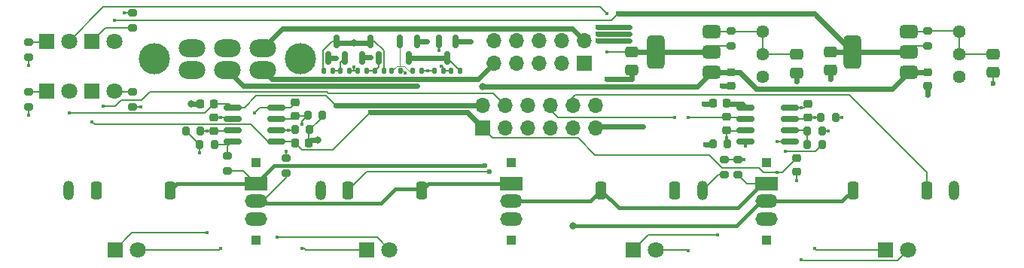
<source format=gbr>
%TF.GenerationSoftware,KiCad,Pcbnew,8.0.5*%
%TF.CreationDate,2025-01-25T11:58:12-08:00*%
%TF.ProjectId,sub,7375622e-6b69-4636-9164-5f7063625858,3.1*%
%TF.SameCoordinates,Original*%
%TF.FileFunction,Copper,L2,Bot*%
%TF.FilePolarity,Positive*%
%FSLAX46Y46*%
G04 Gerber Fmt 4.6, Leading zero omitted, Abs format (unit mm)*
G04 Created by KiCad (PCBNEW 8.0.5) date 2025-01-25 11:58:12*
%MOMM*%
%LPD*%
G01*
G04 APERTURE LIST*
G04 Aperture macros list*
%AMRoundRect*
0 Rectangle with rounded corners*
0 $1 Rounding radius*
0 $2 $3 $4 $5 $6 $7 $8 $9 X,Y pos of 4 corners*
0 Add a 4 corners polygon primitive as box body*
4,1,4,$2,$3,$4,$5,$6,$7,$8,$9,$2,$3,0*
0 Add four circle primitives for the rounded corners*
1,1,$1+$1,$2,$3*
1,1,$1+$1,$4,$5*
1,1,$1+$1,$6,$7*
1,1,$1+$1,$8,$9*
0 Add four rect primitives between the rounded corners*
20,1,$1+$1,$2,$3,$4,$5,0*
20,1,$1+$1,$4,$5,$6,$7,0*
20,1,$1+$1,$6,$7,$8,$9,0*
20,1,$1+$1,$8,$9,$2,$3,0*%
G04 Aperture macros list end*
%TA.AperFunction,ComponentPad*%
%ADD10O,1.200000X2.200000*%
%TD*%
%TA.AperFunction,ComponentPad*%
%ADD11RoundRect,0.300000X-0.300000X0.700000X-0.300000X-0.700000X0.300000X-0.700000X0.300000X0.700000X0*%
%TD*%
%TA.AperFunction,ComponentPad*%
%ADD12R,1.000000X1.100000*%
%TD*%
%TA.AperFunction,ComponentPad*%
%ADD13R,2.500000X1.500000*%
%TD*%
%TA.AperFunction,ComponentPad*%
%ADD14O,2.500000X1.500000*%
%TD*%
%TA.AperFunction,ComponentPad*%
%ADD15R,1.700000X1.700000*%
%TD*%
%TA.AperFunction,ComponentPad*%
%ADD16O,1.700000X1.700000*%
%TD*%
%TA.AperFunction,ComponentPad*%
%ADD17R,1.800000X1.800000*%
%TD*%
%TA.AperFunction,ComponentPad*%
%ADD18C,1.800000*%
%TD*%
%TA.AperFunction,ComponentPad*%
%ADD19C,1.440000*%
%TD*%
%TA.AperFunction,ComponentPad*%
%ADD20RoundRect,0.300000X0.300000X-0.700000X0.300000X0.700000X-0.300000X0.700000X-0.300000X-0.700000X0*%
%TD*%
%TA.AperFunction,ComponentPad*%
%ADD21O,3.000000X2.000000*%
%TD*%
%TA.AperFunction,ComponentPad*%
%ADD22C,3.500000*%
%TD*%
%TA.AperFunction,SMDPad,CuDef*%
%ADD23RoundRect,0.200000X0.200000X0.275000X-0.200000X0.275000X-0.200000X-0.275000X0.200000X-0.275000X0*%
%TD*%
%TA.AperFunction,SMDPad,CuDef*%
%ADD24RoundRect,0.135000X0.135000X0.185000X-0.135000X0.185000X-0.135000X-0.185000X0.135000X-0.185000X0*%
%TD*%
%TA.AperFunction,SMDPad,CuDef*%
%ADD25RoundRect,0.150000X-0.150000X0.587500X-0.150000X-0.587500X0.150000X-0.587500X0.150000X0.587500X0*%
%TD*%
%TA.AperFunction,SMDPad,CuDef*%
%ADD26RoundRect,0.200000X0.275000X-0.200000X0.275000X0.200000X-0.275000X0.200000X-0.275000X-0.200000X0*%
%TD*%
%TA.AperFunction,SMDPad,CuDef*%
%ADD27RoundRect,0.200000X-0.275000X0.200000X-0.275000X-0.200000X0.275000X-0.200000X0.275000X0.200000X0*%
%TD*%
%TA.AperFunction,SMDPad,CuDef*%
%ADD28RoundRect,0.150000X0.150000X-0.587500X0.150000X0.587500X-0.150000X0.587500X-0.150000X-0.587500X0*%
%TD*%
%TA.AperFunction,SMDPad,CuDef*%
%ADD29RoundRect,0.375000X0.625000X0.375000X-0.625000X0.375000X-0.625000X-0.375000X0.625000X-0.375000X0*%
%TD*%
%TA.AperFunction,SMDPad,CuDef*%
%ADD30RoundRect,0.500000X0.500000X1.400000X-0.500000X1.400000X-0.500000X-1.400000X0.500000X-1.400000X0*%
%TD*%
%TA.AperFunction,SMDPad,CuDef*%
%ADD31RoundRect,0.225000X-0.250000X0.225000X-0.250000X-0.225000X0.250000X-0.225000X0.250000X0.225000X0*%
%TD*%
%TA.AperFunction,SMDPad,CuDef*%
%ADD32RoundRect,0.200000X-0.200000X-0.275000X0.200000X-0.275000X0.200000X0.275000X-0.200000X0.275000X0*%
%TD*%
%TA.AperFunction,SMDPad,CuDef*%
%ADD33RoundRect,0.135000X-0.135000X-0.185000X0.135000X-0.185000X0.135000X0.185000X-0.135000X0.185000X0*%
%TD*%
%TA.AperFunction,SMDPad,CuDef*%
%ADD34RoundRect,0.250000X-0.475000X0.337500X-0.475000X-0.337500X0.475000X-0.337500X0.475000X0.337500X0*%
%TD*%
%TA.AperFunction,SMDPad,CuDef*%
%ADD35RoundRect,0.225000X0.225000X0.250000X-0.225000X0.250000X-0.225000X-0.250000X0.225000X-0.250000X0*%
%TD*%
%TA.AperFunction,SMDPad,CuDef*%
%ADD36RoundRect,0.150000X0.825000X0.150000X-0.825000X0.150000X-0.825000X-0.150000X0.825000X-0.150000X0*%
%TD*%
%TA.AperFunction,SMDPad,CuDef*%
%ADD37RoundRect,0.225000X0.250000X-0.225000X0.250000X0.225000X-0.250000X0.225000X-0.250000X-0.225000X0*%
%TD*%
%TA.AperFunction,ViaPad*%
%ADD38C,0.400000*%
%TD*%
%TA.AperFunction,ViaPad*%
%ADD39C,0.600000*%
%TD*%
%TA.AperFunction,ViaPad*%
%ADD40C,0.800000*%
%TD*%
%TA.AperFunction,Conductor*%
%ADD41C,0.200000*%
%TD*%
%TA.AperFunction,Conductor*%
%ADD42C,0.600000*%
%TD*%
%TA.AperFunction,Conductor*%
%ADD43C,0.400000*%
%TD*%
%TA.AperFunction,Conductor*%
%ADD44C,0.100000*%
%TD*%
G04 APERTURE END LIST*
D10*
%TO.P,J1,S*%
%TO.N,GND*%
X45920000Y-140750000D03*
D11*
%TO.P,J1,T*%
%TO.N,Tip1*%
X57320000Y-140750000D03*
%TO.P,J1,TN*%
%TO.N,SW1*%
X49020000Y-140750000D03*
%TD*%
D12*
%TO.P,SW2,*%
%TO.N,*%
X67000000Y-137650000D03*
X67000000Y-146350000D03*
D13*
%TO.P,SW2,1,A*%
%TO.N,Tip1*%
X67000000Y-140000000D03*
D14*
%TO.P,SW2,2,B*%
%TO.N,Tip2*%
X67000000Y-142000000D03*
%TO.P,SW2,3,C*%
%TO.N,unconnected-(SW2-C-Pad3)*%
X67000000Y-144000000D03*
%TD*%
D15*
%TO.P,J5,1,Pin_1*%
%TO.N,-12V*%
X92440000Y-133740000D03*
D16*
%TO.P,J5,2,Pin_2*%
%TO.N,+12V*%
X92440000Y-131200000D03*
%TO.P,J5,3,Pin_3*%
%TO.N,Tip1*%
X94980000Y-133740000D03*
%TO.P,J5,4,Pin_4*%
%TO.N,SW1*%
X94980000Y-131200000D03*
%TO.P,J5,5,Pin_5*%
%TO.N,Tip2*%
X97520000Y-133740000D03*
%TO.P,J5,6,Pin_6*%
%TO.N,SW2*%
X97520000Y-131200000D03*
%TO.P,J5,7,Pin_7*%
%TO.N,Tip3*%
X100060000Y-133740000D03*
%TO.P,J5,8,Pin_8*%
%TO.N,SW3*%
X100060000Y-131200000D03*
%TO.P,J5,9,Pin_9*%
%TO.N,Tip4*%
X102600000Y-133740000D03*
%TO.P,J5,10,Pin_10*%
%TO.N,SW4*%
X102600000Y-131200000D03*
%TO.P,J5,11,Pin_11*%
%TO.N,A Rail*%
X105140000Y-133740000D03*
%TO.P,J5,12,Pin_12*%
%TO.N,B Rail*%
X105140000Y-131200000D03*
%TD*%
D17*
%TO.P,D1,1,KA*%
%TO.N,Net-(D1-KA)*%
X51130000Y-147450000D03*
D18*
%TO.P,D1,2,AK*%
%TO.N,Net-(D1-AK)*%
X53670000Y-147450000D03*
%TD*%
D19*
%TO.P,RV2,1,1*%
%TO.N,GND*%
X146078000Y-128000000D03*
%TO.P,RV2,2,2*%
%TO.N,Net-(U3-ADJ)*%
X146078000Y-125460000D03*
%TO.P,RV2,3,3*%
X146078000Y-122920000D03*
%TD*%
D17*
%TO.P,D12,1,K*%
%TO.N,-12V*%
X48550000Y-129650000D03*
D18*
%TO.P,D12,2,A*%
%TO.N,Net-(D12-A)*%
X51090000Y-129650000D03*
%TD*%
D17*
%TO.P,D10,1,K*%
%TO.N,Net-(D10-K)*%
X48525000Y-124000000D03*
D18*
%TO.P,D10,2,A*%
%TO.N,B Rail*%
X51065000Y-124000000D03*
%TD*%
D17*
%TO.P,D11,1,K*%
%TO.N,Net-(D11-K)*%
X43465000Y-129650000D03*
D18*
%TO.P,D11,2,A*%
%TO.N,+12V*%
X46005000Y-129650000D03*
%TD*%
D10*
%TO.P,J3,S*%
%TO.N,GND*%
X117180000Y-140750000D03*
D20*
%TO.P,J3,T*%
%TO.N,Tip3*%
X105780000Y-140750000D03*
%TO.P,J3,TN*%
%TO.N,SW3*%
X114080000Y-140750000D03*
%TD*%
D10*
%TO.P,J2,S*%
%TO.N,GND*%
X74220000Y-140750000D03*
D11*
%TO.P,J2,T*%
%TO.N,Tip2*%
X85620000Y-140750000D03*
%TO.P,J2,TN*%
%TO.N,SW2*%
X77320000Y-140750000D03*
%TD*%
D12*
%TO.P,SW3,*%
%TO.N,*%
X124400000Y-137650000D03*
X124400000Y-146350000D03*
D13*
%TO.P,SW3,1,A*%
%TO.N,Tip3*%
X124400000Y-140000000D03*
D14*
%TO.P,SW3,2,B*%
%TO.N,Tip4*%
X124400000Y-142000000D03*
%TO.P,SW3,3,C*%
%TO.N,unconnected-(SW3-C-Pad3)*%
X124400000Y-144000000D03*
%TD*%
D10*
%TO.P,J4,S*%
%TO.N,GND*%
X145480000Y-140750000D03*
D20*
%TO.P,J4,T*%
%TO.N,Tip4*%
X134080000Y-140750000D03*
%TO.P,J4,TN*%
%TO.N,SW4*%
X142380000Y-140750000D03*
%TD*%
D19*
%TO.P,RV1,1,1*%
%TO.N,GND*%
X123928000Y-128000000D03*
%TO.P,RV1,2,2*%
%TO.N,Net-(U1-ADJ)*%
X123928000Y-125460000D03*
%TO.P,RV1,3,3*%
X123928000Y-122920000D03*
%TD*%
D12*
%TO.P,SW1,*%
%TO.N,*%
X95700000Y-137650000D03*
X95700000Y-146350000D03*
D13*
%TO.P,SW1,1,A*%
%TO.N,Tip2*%
X95700000Y-140000000D03*
D14*
%TO.P,SW1,2,B*%
%TO.N,Tip3*%
X95700000Y-142000000D03*
%TO.P,SW1,3,C*%
%TO.N,unconnected-(SW1-C-Pad3)*%
X95700000Y-144000000D03*
%TD*%
D17*
%TO.P,D9,1,K*%
%TO.N,Net-(D9-K)*%
X43420000Y-124000000D03*
D18*
%TO.P,D9,2,A*%
%TO.N,A Rail*%
X45960000Y-124000000D03*
%TD*%
D17*
%TO.P,D7,1,KA*%
%TO.N,Net-(D7-KA)*%
X137730000Y-147450000D03*
D18*
%TO.P,D7,2,AK*%
%TO.N,Net-(D7-AK)*%
X140270000Y-147450000D03*
%TD*%
D21*
%TO.P,SW4,1,A*%
%TO.N,unconnected-(SW4A-A-Pad1)*%
X59750000Y-124750000D03*
%TO.P,SW4,2,B*%
%TO.N,Net-(Q1-D)*%
X63750000Y-124750000D03*
%TO.P,SW4,3,C*%
%TO.N,Net-(J6-Pin_1)*%
X67750000Y-124750000D03*
%TO.P,SW4,4,A*%
%TO.N,unconnected-(SW4B-A-Pad4)*%
X59750000Y-127250000D03*
%TO.P,SW4,5,B*%
%TO.N,Net-(Q2-D)*%
X63750000Y-127250000D03*
%TO.P,SW4,6,C*%
%TO.N,Net-(J6-Pin_10)*%
X67750000Y-127250000D03*
D22*
%TO.P,SW4,7*%
%TO.N,N/C*%
X55500000Y-126000000D03*
%TO.P,SW4,8*%
X72000000Y-126000000D03*
%TD*%
D17*
%TO.P,D3,1,KA*%
%TO.N,Net-(D3-KA)*%
X79430000Y-147450000D03*
D18*
%TO.P,D3,2,AK*%
%TO.N,Net-(D3-AK)*%
X81970000Y-147450000D03*
%TD*%
D17*
%TO.P,D5,1,KA*%
%TO.N,Net-(D5-KA)*%
X109430000Y-147450000D03*
D18*
%TO.P,D5,2,AK*%
%TO.N,Net-(D5-AK)*%
X111970000Y-147450000D03*
%TD*%
D23*
%TO.P,R15,1*%
%TO.N,GND*%
X132143000Y-132588000D03*
%TO.P,R15,2*%
%TO.N,Net-(D7-KA)*%
X130493000Y-132588000D03*
%TD*%
D24*
%TO.P,R22,1*%
%TO.N,GND*%
X85590000Y-127340000D03*
%TO.P,R22,2*%
%TO.N,Net-(Q2-G)*%
X84570000Y-127340000D03*
%TD*%
D25*
%TO.P,Q2,1,G*%
%TO.N,Net-(Q2-G)*%
X83170000Y-124005000D03*
%TO.P,Q2,2,S*%
%TO.N,+12V*%
X85070000Y-124005000D03*
%TO.P,Q2,3,D*%
%TO.N,Net-(Q2-D)*%
X84120000Y-125880000D03*
%TD*%
D26*
%TO.P,R2,1*%
%TO.N,Net-(D10-K)*%
X53086000Y-122491000D03*
%TO.P,R2,2*%
%TO.N,GND*%
X53086000Y-120841000D03*
%TD*%
D27*
%TO.P,R14,1*%
%TO.N,Net-(U2A-+)*%
X70358000Y-137188000D03*
%TO.P,R14,2*%
%TO.N,Tip2*%
X70358000Y-138838000D03*
%TD*%
D24*
%TO.P,R20,1*%
%TO.N,GND*%
X77510000Y-127350000D03*
%TO.P,R20,2*%
%TO.N,Net-(Q1-G)*%
X76490000Y-127350000D03*
%TD*%
D28*
%TO.P,Q1,1,G*%
%TO.N,Net-(Q1-G)*%
X76990000Y-125860000D03*
%TO.P,Q1,2,S*%
%TO.N,+12V*%
X75090000Y-125860000D03*
%TO.P,Q1,3,D*%
%TO.N,Net-(Q1-D)*%
X76040000Y-123985000D03*
%TD*%
D29*
%TO.P,U3,1,ADJ*%
%TO.N,Net-(U3-ADJ)*%
X140358000Y-122900000D03*
%TO.P,U3,2,VO*%
%TO.N,B Rail*%
X140358000Y-125200000D03*
D30*
X134058000Y-125200000D03*
D29*
%TO.P,U3,3,VI*%
%TO.N,+12V*%
X140358000Y-127500000D03*
%TD*%
D31*
%TO.P,C4,1*%
%TO.N,+12V*%
X142494000Y-127495000D03*
%TO.P,C4,2*%
%TO.N,GND*%
X142494000Y-129045000D03*
%TD*%
D32*
%TO.P,R9,1*%
%TO.N,GND*%
X118364000Y-135536000D03*
%TO.P,R9,2*%
%TO.N,Net-(D5-KA)*%
X120014000Y-135536000D03*
%TD*%
D33*
%TO.P,R23,1*%
%TO.N,Net-(Q3-G)*%
X80320000Y-127350000D03*
%TO.P,R23,2*%
%TO.N,Net-(Q1-D)*%
X81340000Y-127350000D03*
%TD*%
D34*
%TO.P,C3,1*%
%TO.N,A Rail*%
X109220000Y-125200500D03*
%TO.P,C3,2*%
%TO.N,GND*%
X109220000Y-127275500D03*
%TD*%
D26*
%TO.P,R1,1*%
%TO.N,GND*%
X41402000Y-125793000D03*
%TO.P,R1,2*%
%TO.N,Net-(D9-K)*%
X41402000Y-124143000D03*
%TD*%
D31*
%TO.P,C1,1*%
%TO.N,+12V*%
X120396000Y-127495000D03*
%TO.P,C1,2*%
%TO.N,GND*%
X120396000Y-129045000D03*
%TD*%
D27*
%TO.P,R4,1*%
%TO.N,Net-(D12-A)*%
X53086000Y-129731000D03*
%TO.P,R4,2*%
%TO.N,GND*%
X53086000Y-131381000D03*
%TD*%
D32*
%TO.P,R16,1*%
%TO.N,Net-(U4A-+)*%
X128969000Y-135636000D03*
%TO.P,R16,2*%
%TO.N,Tip4*%
X130619000Y-135636000D03*
%TD*%
D34*
%TO.P,C8,1*%
%TO.N,B Rail*%
X131572000Y-125200500D03*
%TO.P,C8,2*%
%TO.N,GND*%
X131572000Y-127275500D03*
%TD*%
D27*
%TO.P,R8,1*%
%TO.N,Net-(U2B-+)*%
X63754000Y-136906000D03*
%TO.P,R8,2*%
%TO.N,Tip1*%
X63754000Y-138556000D03*
%TD*%
D29*
%TO.P,U1,1,ADJ*%
%TO.N,Net-(U1-ADJ)*%
X118212000Y-122900000D03*
%TO.P,U1,2,VO*%
%TO.N,A Rail*%
X118212000Y-125200000D03*
D30*
X111912000Y-125200000D03*
D29*
%TO.P,U1,3,VI*%
%TO.N,+12V*%
X118212000Y-127500000D03*
%TD*%
D15*
%TO.P,J6,1,Pin_1*%
%TO.N,Net-(J6-Pin_1)*%
X103870000Y-126500000D03*
D16*
%TO.P,J6,2,Pin_2*%
X103870000Y-123960000D03*
%TO.P,J6,3,Pin_3*%
%TO.N,GND*%
X101330000Y-126500000D03*
%TO.P,J6,4,Pin_4*%
X101330000Y-123960000D03*
%TO.P,J6,5,Pin_5*%
X98790000Y-126500000D03*
%TO.P,J6,6,Pin_6*%
X98790000Y-123960000D03*
%TO.P,J6,7,Pin_7*%
X96250000Y-126500000D03*
%TO.P,J6,8,Pin_8*%
X96250000Y-123960000D03*
%TO.P,J6,9,Pin_9*%
%TO.N,Net-(J6-Pin_10)*%
X93710000Y-126500000D03*
%TO.P,J6,10,Pin_10*%
X93710000Y-123960000D03*
%TD*%
D35*
%TO.P,C7,1*%
%TO.N,GND*%
X72924000Y-135482000D03*
%TO.P,C7,2*%
%TO.N,-12V*%
X71374000Y-135482000D03*
%TD*%
D23*
%TO.P,R11,1*%
%TO.N,Net-(U2B-+)*%
X62293000Y-135636000D03*
%TO.P,R11,2*%
%TO.N,GND*%
X60643000Y-135636000D03*
%TD*%
D36*
%TO.P,U2,1*%
%TO.N,Net-(D3-AK)*%
X69277000Y-131445000D03*
%TO.P,U2,2,-*%
%TO.N,Net-(D3-KA)*%
X69277000Y-132715000D03*
%TO.P,U2,3,+*%
%TO.N,Net-(U2A-+)*%
X69277000Y-133985000D03*
%TO.P,U2,4,V-*%
%TO.N,-12V*%
X69277000Y-135255000D03*
%TO.P,U2,5,+*%
%TO.N,Net-(U2B-+)*%
X64327000Y-135255000D03*
%TO.P,U2,6,-*%
%TO.N,Net-(D1-KA)*%
X64327000Y-133985000D03*
%TO.P,U2,7*%
%TO.N,Net-(D1-AK)*%
X64327000Y-132715000D03*
%TO.P,U2,8,V+*%
%TO.N,+12V*%
X64327000Y-131445000D03*
%TD*%
D37*
%TO.P,C12,1*%
%TO.N,GND*%
X127762000Y-138697000D03*
%TO.P,C12,2*%
%TO.N,-12V*%
X127762000Y-137147000D03*
%TD*%
%TO.P,C9,1*%
%TO.N,Net-(D1-KA)*%
X62230000Y-134125000D03*
%TO.P,C9,2*%
%TO.N,Net-(D1-AK)*%
X62230000Y-132575000D03*
%TD*%
D23*
%TO.P,R13,1*%
%TO.N,GND*%
X74422000Y-132334000D03*
%TO.P,R13,2*%
%TO.N,Net-(D3-KA)*%
X72772000Y-132334000D03*
%TD*%
D26*
%TO.P,R6,1*%
%TO.N,B Rail*%
X142498000Y-124523000D03*
%TO.P,R6,2*%
%TO.N,Net-(U3-ADJ)*%
X142498000Y-122873000D03*
%TD*%
D35*
%TO.P,C6,1*%
%TO.N,+12V*%
X62230000Y-131064000D03*
%TO.P,C6,2*%
%TO.N,GND*%
X60680000Y-131064000D03*
%TD*%
D32*
%TO.P,R7,1*%
%TO.N,GND*%
X59056000Y-134112000D03*
%TO.P,R7,2*%
%TO.N,Net-(D1-KA)*%
X60706000Y-134112000D03*
%TD*%
D35*
%TO.P,C11,1*%
%TO.N,+12V*%
X119888000Y-130964000D03*
%TO.P,C11,2*%
%TO.N,GND*%
X118338000Y-130964000D03*
%TD*%
D33*
%TO.P,R21,1*%
%TO.N,Net-(Q2-G)*%
X82240000Y-127360000D03*
%TO.P,R21,2*%
%TO.N,Net-(Q2-D)*%
X83260000Y-127360000D03*
%TD*%
D24*
%TO.P,R19,1*%
%TO.N,Net-(Q1-G)*%
X75620000Y-127360000D03*
%TO.P,R19,2*%
%TO.N,Net-(Q1-D)*%
X74600000Y-127360000D03*
%TD*%
D27*
%TO.P,R12,1*%
%TO.N,Net-(U4B-+)*%
X119634000Y-137351000D03*
%TO.P,R12,2*%
%TO.N,GND*%
X119634000Y-139001000D03*
%TD*%
D33*
%TO.P,R26,1*%
%TO.N,GND*%
X87000000Y-127340000D03*
%TO.P,R26,2*%
%TO.N,Net-(Q4-G)*%
X88020000Y-127340000D03*
%TD*%
D32*
%TO.P,R17,1*%
%TO.N,Net-(U2A-+)*%
X71374000Y-133958000D03*
%TO.P,R17,2*%
%TO.N,GND*%
X73024000Y-133958000D03*
%TD*%
D37*
%TO.P,C14,1*%
%TO.N,Net-(D7-KA)*%
X129032000Y-132601000D03*
%TO.P,C14,2*%
%TO.N,Net-(D7-AK)*%
X129032000Y-131051000D03*
%TD*%
D26*
%TO.P,R5,1*%
%TO.N,A Rail*%
X120396000Y-124523000D03*
%TO.P,R5,2*%
%TO.N,Net-(U1-ADJ)*%
X120396000Y-122873000D03*
%TD*%
D25*
%TO.P,Q4,1,G*%
%TO.N,Net-(Q4-G)*%
X87547500Y-124012500D03*
%TO.P,Q4,2,S*%
%TO.N,-12V*%
X89447500Y-124012500D03*
%TO.P,Q4,3,D*%
%TO.N,Net-(Q2-D)*%
X88497500Y-125887500D03*
%TD*%
D33*
%TO.P,R25,1*%
%TO.N,GND*%
X78410000Y-127350000D03*
%TO.P,R25,2*%
%TO.N,Net-(Q3-G)*%
X79430000Y-127350000D03*
%TD*%
D37*
%TO.P,C10,1*%
%TO.N,Net-(D5-KA)*%
X119888000Y-134012000D03*
%TO.P,C10,2*%
%TO.N,Net-(D5-AK)*%
X119888000Y-132462000D03*
%TD*%
D36*
%TO.P,U4,1*%
%TO.N,Net-(D7-AK)*%
X126975000Y-131445000D03*
%TO.P,U4,2,-*%
%TO.N,Net-(D7-KA)*%
X126975000Y-132715000D03*
%TO.P,U4,3,+*%
%TO.N,Net-(U4A-+)*%
X126975000Y-133985000D03*
%TO.P,U4,4,V-*%
%TO.N,-12V*%
X126975000Y-135255000D03*
%TO.P,U4,5,+*%
%TO.N,Net-(U4B-+)*%
X122025000Y-135255000D03*
%TO.P,U4,6,-*%
%TO.N,Net-(D5-KA)*%
X122025000Y-133985000D03*
%TO.P,U4,7*%
%TO.N,Net-(D5-AK)*%
X122025000Y-132715000D03*
%TO.P,U4,8,V+*%
%TO.N,+12V*%
X122025000Y-131445000D03*
%TD*%
D37*
%TO.P,C13,1*%
%TO.N,Net-(D3-KA)*%
X71374000Y-132447000D03*
%TO.P,C13,2*%
%TO.N,Net-(D3-AK)*%
X71374000Y-130897000D03*
%TD*%
D28*
%TO.P,Q3,1,G*%
%TO.N,Net-(Q3-G)*%
X80790000Y-125860000D03*
%TO.P,Q3,2,S*%
%TO.N,-12V*%
X78890000Y-125860000D03*
%TO.P,Q3,3,D*%
%TO.N,Net-(Q1-D)*%
X79840000Y-123985000D03*
%TD*%
D34*
%TO.P,C5,1*%
%TO.N,Net-(U3-ADJ)*%
X149888000Y-125454500D03*
%TO.P,C5,2*%
%TO.N,GND*%
X149888000Y-127529500D03*
%TD*%
D32*
%TO.P,R18,1*%
%TO.N,Net-(U4A-+)*%
X128969000Y-134112000D03*
%TO.P,R18,2*%
%TO.N,GND*%
X130619000Y-134112000D03*
%TD*%
D27*
%TO.P,R3,1*%
%TO.N,Net-(D11-K)*%
X41402000Y-129731000D03*
%TO.P,R3,2*%
%TO.N,GND*%
X41402000Y-131381000D03*
%TD*%
D34*
%TO.P,C2,1*%
%TO.N,Net-(U1-ADJ)*%
X127762000Y-125476000D03*
%TO.P,C2,2*%
%TO.N,GND*%
X127762000Y-127551000D03*
%TD*%
D33*
%TO.P,R24,1*%
%TO.N,Net-(Q4-G)*%
X88920000Y-127350000D03*
%TO.P,R24,2*%
%TO.N,Net-(Q2-D)*%
X89940000Y-127350000D03*
%TD*%
D27*
%TO.P,R10,1*%
%TO.N,Net-(U4B-+)*%
X121158000Y-137351000D03*
%TO.P,R10,2*%
%TO.N,Tip3*%
X121158000Y-139001000D03*
%TD*%
D38*
%TO.N,GND*%
X131318000Y-134112000D03*
D39*
X108966000Y-123190000D03*
X142494000Y-130048000D03*
D38*
X41402000Y-132334000D03*
D39*
X119393000Y-129045000D03*
D38*
X41402000Y-126746000D03*
D40*
X73914000Y-135128000D03*
D38*
X54039000Y-131381000D03*
X77960000Y-126900000D03*
D40*
X59690000Y-131064000D03*
D38*
X86300000Y-127340000D03*
D39*
X105410000Y-122428000D03*
X117348000Y-131064000D03*
X105410000Y-123952000D03*
X117475000Y-135636000D03*
D38*
X127762000Y-139700000D03*
D39*
X131572000Y-128270000D03*
X149888000Y-128750000D03*
D38*
X60643000Y-136589000D03*
D39*
X109220000Y-128270000D03*
X127762000Y-128524000D03*
X105410000Y-123190000D03*
X108966000Y-123952000D03*
X106426000Y-128270000D03*
D38*
X52133000Y-120841000D03*
X132842000Y-132588000D03*
D39*
X108966000Y-122428000D03*
%TO.N,Tip1*%
X92710000Y-137988000D03*
D38*
%TO.N,SW1*%
X49784000Y-131318000D03*
D39*
%TO.N,SW2*%
X93250000Y-138650000D03*
D38*
%TO.N,SW3*%
X114046000Y-132588000D03*
%TO.N,Tip4*%
X126492000Y-136398000D03*
X126492000Y-142000000D03*
D40*
X102640000Y-144750000D03*
D38*
%TO.N,Net-(D1-KA)*%
X61468000Y-134112000D03*
X61468000Y-145542000D03*
%TO.N,Net-(D1-AK)*%
X62992000Y-132575000D03*
X62992000Y-147320000D03*
D39*
%TO.N,A Rail*%
X110490000Y-133604000D03*
X110490000Y-125200500D03*
D38*
X106426000Y-125222000D03*
X106426000Y-120904000D03*
%TO.N,Net-(D5-AK)*%
X115596000Y-132562000D03*
X115596000Y-147548000D03*
D39*
%TO.N,B Rail*%
X107696000Y-120904000D03*
D38*
X51065000Y-121677000D03*
%TO.N,Net-(D5-KA)*%
X118872000Y-145796000D03*
X119888000Y-134874000D03*
%TO.N,+12V*%
X46005000Y-132049000D03*
D39*
X75950000Y-131230000D03*
X120650000Y-131064000D03*
D40*
X92456000Y-129140000D03*
D39*
X75940000Y-125860000D03*
X121399000Y-127495000D03*
X86165000Y-124005000D03*
X87180000Y-131200000D03*
D38*
%TO.N,-12V*%
X125600000Y-138775000D03*
X125595000Y-135255000D03*
D39*
X79840000Y-125820000D03*
X91100000Y-124000000D03*
D38*
X48550000Y-133060000D03*
D39*
X79840000Y-132000000D03*
D38*
%TO.N,Net-(D3-KA)*%
X72136000Y-147320000D03*
X72136000Y-133350000D03*
%TO.N,Net-(D3-AK)*%
X69342000Y-146050000D03*
X66802000Y-132031471D03*
%TO.N,Net-(D7-AK)*%
X128270000Y-131445000D03*
X128270000Y-148590000D03*
%TO.N,Net-(D7-KA)*%
X129794000Y-132601000D03*
X129794000Y-147320000D03*
%TO.N,Net-(U4B-+)*%
X122025000Y-135785000D03*
X121857000Y-137351000D03*
%TO.N,Net-(U2A-+)*%
X70612000Y-133985000D03*
X70358000Y-136398000D03*
D40*
%TO.N,Net-(Q1-D)*%
X77970000Y-124185000D03*
D39*
%TO.N,Net-(Q2-D)*%
X85080000Y-125880000D03*
X85090000Y-129050000D03*
D38*
X83752529Y-127550000D03*
%TO.N,Net-(Q4-G)*%
X87830000Y-126780000D03*
X87550000Y-125080000D03*
%TD*%
D41*
%TO.N,GND*%
X59056000Y-134112000D02*
X59119000Y-134112000D01*
X87000000Y-127340000D02*
X86300000Y-127340000D01*
D42*
X118338000Y-131064000D02*
X117348000Y-131064000D01*
D41*
X149888000Y-127529500D02*
X149888000Y-128750000D01*
X78410000Y-127350000D02*
X77970000Y-127350000D01*
D42*
X105410000Y-123190000D02*
X108966000Y-123190000D01*
D41*
X74168000Y-132814000D02*
X73024000Y-133958000D01*
D42*
X60680000Y-131064000D02*
X59690000Y-131064000D01*
X120396000Y-129045000D02*
X119393000Y-129045000D01*
D41*
X53086000Y-131381000D02*
X54039000Y-131381000D01*
D42*
X131572000Y-127275500D02*
X131572000Y-128270000D01*
D41*
X119634000Y-139001000D02*
X118929000Y-139001000D01*
X118929000Y-139001000D02*
X117180000Y-140750000D01*
D42*
X109220000Y-127275500D02*
X109220000Y-128270000D01*
X117475000Y-135636000D02*
X118364000Y-135636000D01*
D41*
X59119000Y-134112000D02*
X60643000Y-135636000D01*
X77970000Y-126910000D02*
X77970000Y-127350000D01*
X72924000Y-135482000D02*
X72924000Y-134058000D01*
D42*
X127762000Y-127551000D02*
X127762000Y-128524000D01*
D41*
X132143000Y-132588000D02*
X132842000Y-132588000D01*
X41402000Y-125793000D02*
X41402000Y-126746000D01*
X74168000Y-132588000D02*
X74168000Y-132814000D01*
D42*
X73178000Y-135128000D02*
X73914000Y-135128000D01*
D41*
X74422000Y-132334000D02*
X74168000Y-132588000D01*
X41402000Y-131381000D02*
X41402000Y-132334000D01*
X130619000Y-134112000D02*
X131318000Y-134112000D01*
D42*
X109220000Y-128270000D02*
X106426000Y-128270000D01*
D41*
X60643000Y-135636000D02*
X60643000Y-136589000D01*
X53086000Y-120841000D02*
X52133000Y-120841000D01*
X77960000Y-126900000D02*
X77970000Y-126910000D01*
X77970000Y-127350000D02*
X77510000Y-127350000D01*
D42*
X142494000Y-129045000D02*
X142494000Y-130048000D01*
X105410000Y-123952000D02*
X108966000Y-123952000D01*
X105410000Y-122428000D02*
X108966000Y-122428000D01*
X72924000Y-135382000D02*
X73178000Y-135128000D01*
D41*
X127762000Y-138697000D02*
X127762000Y-139700000D01*
X86300000Y-127340000D02*
X85590000Y-127340000D01*
X72924000Y-134058000D02*
X73024000Y-133958000D01*
D43*
%TO.N,Tip1*%
X92710000Y-137988000D02*
X69012000Y-137988000D01*
D41*
X57305000Y-140765000D02*
X57320000Y-140750000D01*
D43*
X58070000Y-140000000D02*
X67000000Y-140000000D01*
X56902500Y-140332500D02*
X57320000Y-140750000D01*
X69012000Y-137988000D02*
X67000000Y-140000000D01*
D41*
X65556000Y-138556000D02*
X67000000Y-140000000D01*
X63754000Y-138556000D02*
X65556000Y-138556000D01*
D43*
X57320000Y-140750000D02*
X58070000Y-140000000D01*
D41*
%TO.N,SW1*%
X54072893Y-130640000D02*
X51797057Y-130640000D01*
X51797057Y-130640000D02*
X51119057Y-131318000D01*
X49020000Y-140750000D02*
X49020000Y-140580000D01*
X55052893Y-129660000D02*
X54072893Y-130640000D01*
X93620000Y-129840000D02*
X75125686Y-129840000D01*
X51119057Y-131318000D02*
X49784000Y-131318000D01*
X75125686Y-129840000D02*
X74945686Y-129660000D01*
X94980000Y-131200000D02*
X93620000Y-129840000D01*
X74945686Y-129660000D02*
X55052893Y-129660000D01*
%TO.N,Tip2*%
X67000000Y-142000000D02*
X67696000Y-142000000D01*
D43*
X85620000Y-140750000D02*
X86370000Y-140000000D01*
X67000000Y-142000000D02*
X67250000Y-142250000D01*
X81012500Y-142250000D02*
X82620000Y-140642500D01*
X85512500Y-140642500D02*
X85620000Y-140750000D01*
X67250000Y-142250000D02*
X81012500Y-142250000D01*
D41*
X67696000Y-142000000D02*
X70358000Y-139338000D01*
X70358000Y-139338000D02*
X70358000Y-138938000D01*
D43*
X86370000Y-140000000D02*
X95700000Y-140000000D01*
X82620000Y-140642500D02*
X85512500Y-140642500D01*
D41*
%TO.N,SW2*%
X93250000Y-138650000D02*
X93270489Y-138629511D01*
X79420000Y-138650000D02*
X93250000Y-138650000D01*
X77320000Y-140750000D02*
X79420000Y-138650000D01*
D43*
%TO.N,Tip3*%
X123900000Y-140000000D02*
X124400000Y-140000000D01*
X104530000Y-142000000D02*
X105780000Y-140750000D01*
X110690000Y-142740000D02*
X121160000Y-142740000D01*
D41*
X122157000Y-140000000D02*
X121158000Y-139001000D01*
X124400000Y-140000000D02*
X122157000Y-140000000D01*
D43*
X107770000Y-142740000D02*
X110690000Y-142740000D01*
X121160000Y-142740000D02*
X123900000Y-140000000D01*
X105780000Y-140750000D02*
X107770000Y-142740000D01*
X95700000Y-142000000D02*
X104530000Y-142000000D01*
D41*
%TO.N,SW3*%
X99500000Y-131200000D02*
X100890489Y-132590489D01*
X100890489Y-132590489D02*
X114046000Y-132588000D01*
X114050000Y-140720000D02*
X114080000Y-140750000D01*
%TO.N,Tip4*%
X128542352Y-136397000D02*
X128556352Y-136411000D01*
X126492000Y-136398000D02*
X126493000Y-136397000D01*
D43*
X121000000Y-144750000D02*
X123750000Y-142000000D01*
D41*
X129844000Y-136411000D02*
X130619000Y-135636000D01*
D43*
X123750000Y-142000000D02*
X124400000Y-142000000D01*
D41*
X128556352Y-136411000D02*
X129844000Y-136411000D01*
D43*
X132830000Y-142000000D02*
X134080000Y-140750000D01*
D41*
X126492000Y-142000000D02*
X126504500Y-141987500D01*
X126493000Y-136397000D02*
X128542352Y-136397000D01*
D43*
X102640000Y-144750000D02*
X121000000Y-144750000D01*
D41*
X134085000Y-140755000D02*
X134080000Y-140750000D01*
D43*
X124400000Y-142000000D02*
X132830000Y-142000000D01*
D41*
%TO.N,SW4*%
X102040000Y-130860000D02*
X102040000Y-131200000D01*
X133682733Y-130050489D02*
X102849511Y-130050489D01*
X142380000Y-138747756D02*
X133682733Y-130050489D01*
X142380000Y-140750000D02*
X142380000Y-138747756D01*
X102849511Y-130050489D02*
X102040000Y-130860000D01*
%TO.N,Net-(U1-ADJ)*%
X123928000Y-125460000D02*
X123936000Y-125460000D01*
X120369000Y-122900000D02*
X120396000Y-122873000D01*
X120888000Y-122920000D02*
X123928000Y-122920000D01*
X120841000Y-122873000D02*
X120888000Y-122920000D01*
X123928000Y-122920000D02*
X123928000Y-125460000D01*
X118212000Y-122900000D02*
X120369000Y-122900000D01*
X123936000Y-125460000D02*
X123952000Y-125476000D01*
X123952000Y-125476000D02*
X127762000Y-125476000D01*
X120396000Y-122873000D02*
X120841000Y-122873000D01*
%TO.N,Net-(U3-ADJ)*%
X146078000Y-125460000D02*
X146078000Y-122920000D01*
X142498000Y-122873000D02*
X146031000Y-122873000D01*
X142471000Y-122900000D02*
X142498000Y-122873000D01*
X146078000Y-125460000D02*
X149882500Y-125460000D01*
X146031000Y-122873000D02*
X146078000Y-122920000D01*
X149882500Y-125460000D02*
X149888000Y-125454500D01*
X140358000Y-122900000D02*
X142471000Y-122900000D01*
%TO.N,Net-(D1-KA)*%
X61468000Y-134112000D02*
X62217000Y-134112000D01*
X53038000Y-145542000D02*
X61468000Y-145542000D01*
X62217000Y-134112000D02*
X62230000Y-134125000D01*
X60706000Y-134112000D02*
X61468000Y-134112000D01*
X51130000Y-147450000D02*
X53038000Y-145542000D01*
X62230000Y-134125000D02*
X64187000Y-134125000D01*
X64187000Y-134125000D02*
X64327000Y-133985000D01*
%TO.N,Net-(D1-AK)*%
X53670000Y-147450000D02*
X62862000Y-147450000D01*
X62230000Y-132575000D02*
X62992000Y-132575000D01*
X62992000Y-132575000D02*
X64187000Y-132575000D01*
X62862000Y-147450000D02*
X62992000Y-147320000D01*
X64187000Y-132575000D02*
X64327000Y-132715000D01*
%TO.N,A Rail*%
X120396000Y-124523000D02*
X118889000Y-124523000D01*
D42*
X105276000Y-133604000D02*
X105140000Y-133740000D01*
X110490000Y-125200500D02*
X111911500Y-125200500D01*
D41*
X45960000Y-124000000D02*
X49819000Y-120141000D01*
D42*
X109220000Y-125200500D02*
X110490000Y-125200500D01*
X111912000Y-125200000D02*
X118212000Y-125200000D01*
D41*
X49819000Y-120141000D02*
X105663000Y-120141000D01*
X106447500Y-125200500D02*
X109220000Y-125200500D01*
D42*
X110490000Y-133604000D02*
X105276000Y-133604000D01*
D41*
X105663000Y-120141000D02*
X106426000Y-120904000D01*
X118889000Y-124523000D02*
X118212000Y-125200000D01*
X106426000Y-125222000D02*
X106447500Y-125200500D01*
D42*
X111911500Y-125200500D02*
X111912000Y-125200000D01*
D41*
%TO.N,Net-(D5-AK)*%
X115498000Y-147450000D02*
X115596000Y-147548000D01*
X111970000Y-147450000D02*
X115498000Y-147450000D01*
X119888000Y-132562000D02*
X115596000Y-132562000D01*
X121872000Y-132562000D02*
X122025000Y-132715000D01*
X119888000Y-132562000D02*
X121872000Y-132562000D01*
D42*
%TO.N,B Rail*%
X134058000Y-125200000D02*
X131572500Y-125200000D01*
D41*
X106934000Y-121666000D02*
X107696000Y-120904000D01*
X51076000Y-121666000D02*
X106934000Y-121666000D01*
X51065000Y-121677000D02*
X51076000Y-121666000D01*
D42*
X131572500Y-125200000D02*
X131572000Y-125200500D01*
X129762000Y-120904000D02*
X134058000Y-125200000D01*
X107696000Y-120904000D02*
X129762000Y-120904000D01*
D41*
X142498000Y-124523000D02*
X141035000Y-124523000D01*
D42*
X134058000Y-125200000D02*
X140358000Y-125200000D01*
D41*
X141035000Y-124523000D02*
X140358000Y-125200000D01*
%TO.N,Net-(D5-KA)*%
X111084000Y-145796000D02*
X109430000Y-147450000D01*
X118872000Y-145796000D02*
X111084000Y-145796000D01*
X119888000Y-134112000D02*
X119888000Y-134874000D01*
X119888000Y-134112000D02*
X121898000Y-134112000D01*
X119888000Y-135510000D02*
X120014000Y-135636000D01*
X119888000Y-134874000D02*
X119888000Y-135510000D01*
X121898000Y-134112000D02*
X122025000Y-133985000D01*
%TO.N,+12V*%
X62230000Y-131064000D02*
X63946000Y-131064000D01*
X46037000Y-132081000D02*
X46005000Y-132049000D01*
D42*
X121644000Y-131064000D02*
X122025000Y-131445000D01*
X121399000Y-127495000D02*
X123228000Y-129324000D01*
X140358000Y-127500000D02*
X142489000Y-127500000D01*
D41*
X74867000Y-130147000D02*
X66957000Y-130147000D01*
X63946000Y-131064000D02*
X64327000Y-131445000D01*
X64327000Y-131445000D02*
X65659000Y-131445000D01*
D42*
X119888000Y-131064000D02*
X121644000Y-131064000D01*
X118212000Y-127500000D02*
X120391000Y-127500000D01*
X92440000Y-131200000D02*
X75980000Y-131200000D01*
X138534000Y-129324000D02*
X140358000Y-127500000D01*
X142489000Y-127500000D02*
X142494000Y-127495000D01*
D41*
X62230000Y-131064000D02*
X61213000Y-132081000D01*
D42*
X116572000Y-129140000D02*
X118212000Y-127500000D01*
X85070000Y-124005000D02*
X86165000Y-124005000D01*
D41*
X66957000Y-130147000D02*
X65659000Y-131445000D01*
D42*
X92456000Y-129140000D02*
X116572000Y-129140000D01*
X123228000Y-129324000D02*
X133370000Y-129324000D01*
X133370000Y-129324000D02*
X138534000Y-129324000D01*
D41*
X75950000Y-131230000D02*
X74867000Y-130147000D01*
X61213000Y-132081000D02*
X46037000Y-132081000D01*
D42*
X75980000Y-131200000D02*
X75950000Y-131230000D01*
X75090000Y-125860000D02*
X75940000Y-125860000D01*
X120396000Y-127495000D02*
X121399000Y-127495000D01*
X120391000Y-127500000D02*
X120396000Y-127495000D01*
%TO.N,-12V*%
X71247000Y-135255000D02*
X71374000Y-135382000D01*
X92440000Y-133740000D02*
X90720000Y-132020000D01*
X90720000Y-132020000D02*
X79860000Y-132020000D01*
D41*
X69277000Y-135255000D02*
X71247000Y-135255000D01*
X123522918Y-138250000D02*
X124047918Y-138775000D01*
X126134000Y-138775000D02*
X125600000Y-138775000D01*
D42*
X79860000Y-132020000D02*
X79840000Y-132000000D01*
D41*
X68302001Y-135255000D02*
X66372001Y-133325000D01*
X93590000Y-134890000D02*
X103184314Y-134890000D01*
X69277000Y-135255000D02*
X68302001Y-135255000D01*
D42*
X91100000Y-124000000D02*
X89460000Y-124000000D01*
D41*
X72149000Y-136257000D02*
X75583000Y-136257000D01*
X127762000Y-137387000D02*
X127762000Y-137147000D01*
X105112990Y-136818676D02*
X117914028Y-136818676D01*
D42*
X79840000Y-125820000D02*
X78930000Y-125820000D01*
X89460000Y-124000000D02*
X89447500Y-124012500D01*
D41*
X66372001Y-133325000D02*
X48815000Y-133325000D01*
D42*
X78930000Y-125820000D02*
X78890000Y-125860000D01*
D41*
X92440000Y-133740000D02*
X93590000Y-134890000D01*
X117914028Y-136818676D02*
X119345352Y-138250000D01*
X127762000Y-137147000D02*
X126134000Y-138775000D01*
X48815000Y-133325000D02*
X48550000Y-133060000D01*
X126975000Y-135255000D02*
X125595000Y-135255000D01*
X103184314Y-134890000D02*
X105112990Y-136818676D01*
X119345352Y-138250000D02*
X123522918Y-138250000D01*
X71374000Y-135482000D02*
X72149000Y-136257000D01*
X124047918Y-138775000D02*
X125600000Y-138775000D01*
X75583000Y-136257000D02*
X79840000Y-132000000D01*
%TO.N,Net-(D3-KA)*%
X71106000Y-132715000D02*
X71374000Y-132447000D01*
X72136000Y-147320000D02*
X72390000Y-147320000D01*
X69277000Y-132715000D02*
X71106000Y-132715000D01*
X71374000Y-132447000D02*
X72659000Y-132447000D01*
X72520000Y-147450000D02*
X79430000Y-147450000D01*
X72136000Y-132970000D02*
X72136000Y-133350000D01*
X72659000Y-132447000D02*
X72772000Y-132334000D01*
X72772000Y-132334000D02*
X72136000Y-132970000D01*
X72390000Y-147320000D02*
X72520000Y-147450000D01*
%TO.N,Net-(D3-AK)*%
X69277000Y-131445000D02*
X70826000Y-131445000D01*
X69277000Y-131445000D02*
X67388471Y-131445000D01*
X80570000Y-146050000D02*
X81970000Y-147450000D01*
X67388471Y-131445000D02*
X66802000Y-132031471D01*
X70826000Y-131445000D02*
X71374000Y-130897000D01*
X69342000Y-146050000D02*
X80570000Y-146050000D01*
%TO.N,Net-(D7-AK)*%
X128270000Y-148590000D02*
X128330000Y-148650000D01*
X128330000Y-148650000D02*
X139070000Y-148650000D01*
X128270000Y-131445000D02*
X128638000Y-131445000D01*
X128638000Y-131445000D02*
X129032000Y-131051000D01*
X126975000Y-131445000D02*
X128270000Y-131445000D01*
X139070000Y-148650000D02*
X140270000Y-147450000D01*
%TO.N,Net-(D7-KA)*%
X129924000Y-147450000D02*
X137730000Y-147450000D01*
X130480000Y-132601000D02*
X130493000Y-132588000D01*
X129794000Y-132601000D02*
X130480000Y-132601000D01*
X129794000Y-147320000D02*
X129924000Y-147450000D01*
X126975000Y-132715000D02*
X128918000Y-132715000D01*
X129032000Y-132601000D02*
X129794000Y-132601000D01*
X128918000Y-132715000D02*
X129032000Y-132601000D01*
%TO.N,Net-(D9-K)*%
X41402000Y-124143000D02*
X43277000Y-124143000D01*
X43277000Y-124143000D02*
X43420000Y-124000000D01*
%TO.N,Net-(D10-K)*%
X53086000Y-122491000D02*
X50034000Y-122491000D01*
X50034000Y-122491000D02*
X48525000Y-124000000D01*
%TO.N,Net-(D11-K)*%
X43384000Y-129731000D02*
X43465000Y-129650000D01*
X41402000Y-129731000D02*
X43384000Y-129731000D01*
%TO.N,Net-(D12-A)*%
X53086000Y-129731000D02*
X51171000Y-129731000D01*
X51171000Y-129731000D02*
X51090000Y-129650000D01*
D42*
%TO.N,Net-(J6-Pin_10)*%
X68750000Y-128250000D02*
X91960000Y-128250000D01*
X91960000Y-128250000D02*
X93710000Y-126500000D01*
X67750000Y-127250000D02*
X68750000Y-128250000D01*
%TO.N,Net-(J6-Pin_1)*%
X102510000Y-122600000D02*
X69900000Y-122600000D01*
X103870000Y-123960000D02*
X102510000Y-122600000D01*
X69900000Y-122600000D02*
X67750000Y-124750000D01*
D41*
%TO.N,Net-(U2B-+)*%
X63754000Y-135828000D02*
X64327000Y-135255000D01*
X63754000Y-136906000D02*
X63754000Y-135828000D01*
X62293000Y-135636000D02*
X63946000Y-135636000D01*
X63946000Y-135636000D02*
X64327000Y-135255000D01*
%TO.N,Net-(U4B-+)*%
X122025000Y-135255000D02*
X122025000Y-135785000D01*
X121158000Y-137351000D02*
X121857000Y-137351000D01*
X119634000Y-137351000D02*
X121158000Y-137351000D01*
%TO.N,Net-(U2A-+)*%
X70358000Y-136398000D02*
X70358000Y-137288000D01*
X71347000Y-133985000D02*
X71374000Y-133958000D01*
X70612000Y-133985000D02*
X71347000Y-133985000D01*
X69277000Y-133985000D02*
X70612000Y-133985000D01*
%TO.N,Net-(U4A-+)*%
X126975000Y-133985000D02*
X128842000Y-133985000D01*
X128969000Y-135636000D02*
X128969000Y-134112000D01*
X128842000Y-133985000D02*
X128969000Y-134112000D01*
%TO.N,Net-(Q1-G)*%
X76490000Y-126360000D02*
X76990000Y-125860000D01*
X76480000Y-127360000D02*
X76490000Y-127350000D01*
X76490000Y-127350000D02*
X76490000Y-126360000D01*
X75620000Y-127360000D02*
X76480000Y-127360000D01*
%TO.N,Net-(Q1-D)*%
X75515000Y-123985000D02*
X74490000Y-125010000D01*
X81390000Y-125080000D02*
X80295000Y-123985000D01*
X76040000Y-123985000D02*
X75515000Y-123985000D01*
D42*
X77970000Y-124185000D02*
X79840000Y-124185000D01*
D41*
X81390000Y-127300000D02*
X81390000Y-125080000D01*
X80295000Y-123985000D02*
X79840000Y-123985000D01*
X81340000Y-127350000D02*
X81390000Y-127300000D01*
X74490000Y-125010000D02*
X74490000Y-127250000D01*
D42*
X76040000Y-124185000D02*
X77970000Y-124185000D01*
D41*
X74490000Y-127250000D02*
X74600000Y-127360000D01*
D44*
%TO.N,Net-(Q2-D)*%
X83752529Y-127512529D02*
X83752529Y-127550000D01*
X83260000Y-127360000D02*
X83600000Y-127360000D01*
D42*
X84120000Y-125880000D02*
X85080000Y-125880000D01*
X63750000Y-127250000D02*
X65550000Y-129050000D01*
D44*
X83600000Y-127360000D02*
X83752529Y-127512529D01*
D42*
X65550000Y-129050000D02*
X85090000Y-129050000D01*
X85080000Y-125880000D02*
X88490000Y-125880000D01*
X88490000Y-125880000D02*
X88497500Y-125887500D01*
D41*
X89940000Y-127330000D02*
X88497500Y-125887500D01*
D44*
X83220000Y-127220000D02*
X83260000Y-127260000D01*
D41*
X89940000Y-127350000D02*
X89940000Y-127330000D01*
D44*
%TO.N,Net-(Q2-G)*%
X84178924Y-127340000D02*
X83628924Y-126790000D01*
X83170000Y-124005000D02*
X83170000Y-126790000D01*
X83628924Y-126790000D02*
X83170000Y-126790000D01*
X84570000Y-127340000D02*
X84178924Y-127340000D01*
X82810000Y-126790000D02*
X82240000Y-127360000D01*
X83170000Y-126790000D02*
X82810000Y-126790000D01*
D41*
%TO.N,Net-(Q3-G)*%
X80790000Y-126880000D02*
X80320000Y-127350000D01*
X80790000Y-125860000D02*
X80790000Y-126880000D01*
X79430000Y-127350000D02*
X80320000Y-127350000D01*
%TO.N,Net-(Q4-G)*%
X88030000Y-127350000D02*
X88020000Y-127340000D01*
X87550000Y-124015000D02*
X87547500Y-124012500D01*
X87550000Y-125080000D02*
X87550000Y-124015000D01*
X88020000Y-127340000D02*
X88020000Y-126970000D01*
X88020000Y-126970000D02*
X87830000Y-126780000D01*
X88920000Y-127350000D02*
X88030000Y-127350000D01*
%TD*%
M02*

</source>
